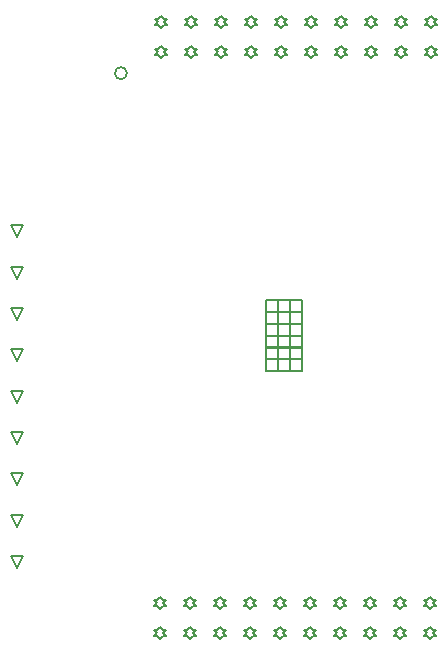
<source format=gbr>
%TF.GenerationSoftware,Altium Limited,Altium Designer,22.9.1 (49)*%
G04 Layer_Color=2752767*
%FSLAX25Y25*%
%MOIN*%
%TF.SameCoordinates,3D4AB22D-4464-4A1E-8ED4-CD8DD9DE0D00*%
%TF.FilePolarity,Positive*%
%TF.FileFunction,Drawing*%
%TF.Part,Single*%
G01*
G75*
%TA.AperFunction,NonConductor*%
%ADD56C,0.00500*%
%ADD57C,0.00667*%
D56*
X206000Y58500D02*
X207000Y59500D01*
X208000D01*
X207000Y60500D01*
X208000Y61500D01*
X207000D01*
X206000Y62500D01*
X205000Y61500D01*
X204000D01*
X205000Y60500D01*
X204000Y59500D01*
X205000D01*
X206000Y58500D01*
X196000D02*
X197000Y59500D01*
X198000D01*
X197000Y60500D01*
X198000Y61500D01*
X197000D01*
X196000Y62500D01*
X195000Y61500D01*
X194000D01*
X195000Y60500D01*
X194000Y59500D01*
X195000D01*
X196000Y58500D01*
X186000D02*
X187000Y59500D01*
X188000D01*
X187000Y60500D01*
X188000Y61500D01*
X187000D01*
X186000Y62500D01*
X185000Y61500D01*
X184000D01*
X185000Y60500D01*
X184000Y59500D01*
X185000D01*
X186000Y58500D01*
X176000D02*
X177000Y59500D01*
X178000D01*
X177000Y60500D01*
X178000Y61500D01*
X177000D01*
X176000Y62500D01*
X175000Y61500D01*
X174000D01*
X175000Y60500D01*
X174000Y59500D01*
X175000D01*
X176000Y58500D01*
X166000D02*
X167000Y59500D01*
X168000D01*
X167000Y60500D01*
X168000Y61500D01*
X167000D01*
X166000Y62500D01*
X165000Y61500D01*
X164000D01*
X165000Y60500D01*
X164000Y59500D01*
X165000D01*
X166000Y58500D01*
X156000D02*
X157000Y59500D01*
X158000D01*
X157000Y60500D01*
X158000Y61500D01*
X157000D01*
X156000Y62500D01*
X155000Y61500D01*
X154000D01*
X155000Y60500D01*
X154000Y59500D01*
X155000D01*
X156000Y58500D01*
X146000D02*
X147000Y59500D01*
X148000D01*
X147000Y60500D01*
X148000Y61500D01*
X147000D01*
X146000Y62500D01*
X145000Y61500D01*
X144000D01*
X145000Y60500D01*
X144000Y59500D01*
X145000D01*
X146000Y58500D01*
X136000D02*
X137000Y59500D01*
X138000D01*
X137000Y60500D01*
X138000Y61500D01*
X137000D01*
X136000Y62500D01*
X135000Y61500D01*
X134000D01*
X135000Y60500D01*
X134000Y59500D01*
X135000D01*
X136000Y58500D01*
X126000D02*
X127000Y59500D01*
X128000D01*
X127000Y60500D01*
X128000Y61500D01*
X127000D01*
X126000Y62500D01*
X125000Y61500D01*
X124000D01*
X125000Y60500D01*
X124000Y59500D01*
X125000D01*
X126000Y58500D01*
X116000D02*
X117000Y59500D01*
X118000D01*
X117000Y60500D01*
X118000Y61500D01*
X117000D01*
X116000Y62500D01*
X115000Y61500D01*
X114000D01*
X115000Y60500D01*
X114000Y59500D01*
X115000D01*
X116000Y58500D01*
X206000Y68500D02*
X207000Y69500D01*
X208000D01*
X207000Y70500D01*
X208000Y71500D01*
X207000D01*
X206000Y72500D01*
X205000Y71500D01*
X204000D01*
X205000Y70500D01*
X204000Y69500D01*
X205000D01*
X206000Y68500D01*
X196000D02*
X197000Y69500D01*
X198000D01*
X197000Y70500D01*
X198000Y71500D01*
X197000D01*
X196000Y72500D01*
X195000Y71500D01*
X194000D01*
X195000Y70500D01*
X194000Y69500D01*
X195000D01*
X196000Y68500D01*
X186000D02*
X187000Y69500D01*
X188000D01*
X187000Y70500D01*
X188000Y71500D01*
X187000D01*
X186000Y72500D01*
X185000Y71500D01*
X184000D01*
X185000Y70500D01*
X184000Y69500D01*
X185000D01*
X186000Y68500D01*
X176000D02*
X177000Y69500D01*
X178000D01*
X177000Y70500D01*
X178000Y71500D01*
X177000D01*
X176000Y72500D01*
X175000Y71500D01*
X174000D01*
X175000Y70500D01*
X174000Y69500D01*
X175000D01*
X176000Y68500D01*
X166000D02*
X167000Y69500D01*
X168000D01*
X167000Y70500D01*
X168000Y71500D01*
X167000D01*
X166000Y72500D01*
X165000Y71500D01*
X164000D01*
X165000Y70500D01*
X164000Y69500D01*
X165000D01*
X166000Y68500D01*
X156000D02*
X157000Y69500D01*
X158000D01*
X157000Y70500D01*
X158000Y71500D01*
X157000D01*
X156000Y72500D01*
X155000Y71500D01*
X154000D01*
X155000Y70500D01*
X154000Y69500D01*
X155000D01*
X156000Y68500D01*
X146000D02*
X147000Y69500D01*
X148000D01*
X147000Y70500D01*
X148000Y71500D01*
X147000D01*
X146000Y72500D01*
X145000Y71500D01*
X144000D01*
X145000Y70500D01*
X144000Y69500D01*
X145000D01*
X146000Y68500D01*
X136000D02*
X137000Y69500D01*
X138000D01*
X137000Y70500D01*
X138000Y71500D01*
X137000D01*
X136000Y72500D01*
X135000Y71500D01*
X134000D01*
X135000Y70500D01*
X134000Y69500D01*
X135000D01*
X136000Y68500D01*
X126000D02*
X127000Y69500D01*
X128000D01*
X127000Y70500D01*
X128000Y71500D01*
X127000D01*
X126000Y72500D01*
X125000Y71500D01*
X124000D01*
X125000Y70500D01*
X124000Y69500D01*
X125000D01*
X126000Y68500D01*
X116000D02*
X117000Y69500D01*
X118000D01*
X117000Y70500D01*
X118000Y71500D01*
X117000D01*
X116000Y72500D01*
X115000Y71500D01*
X114000D01*
X115000Y70500D01*
X114000Y69500D01*
X115000D01*
X116000Y68500D01*
X206417Y252000D02*
X207417Y253000D01*
X208417D01*
X207417Y254000D01*
X208417Y255000D01*
X207417D01*
X206417Y256000D01*
X205417Y255000D01*
X204417D01*
X205417Y254000D01*
X204417Y253000D01*
X205417D01*
X206417Y252000D01*
X196417D02*
X197417Y253000D01*
X198417D01*
X197417Y254000D01*
X198417Y255000D01*
X197417D01*
X196417Y256000D01*
X195417Y255000D01*
X194417D01*
X195417Y254000D01*
X194417Y253000D01*
X195417D01*
X196417Y252000D01*
X186417D02*
X187417Y253000D01*
X188417D01*
X187417Y254000D01*
X188417Y255000D01*
X187417D01*
X186417Y256000D01*
X185417Y255000D01*
X184417D01*
X185417Y254000D01*
X184417Y253000D01*
X185417D01*
X186417Y252000D01*
X176417D02*
X177417Y253000D01*
X178417D01*
X177417Y254000D01*
X178417Y255000D01*
X177417D01*
X176417Y256000D01*
X175417Y255000D01*
X174417D01*
X175417Y254000D01*
X174417Y253000D01*
X175417D01*
X176417Y252000D01*
X166417D02*
X167417Y253000D01*
X168417D01*
X167417Y254000D01*
X168417Y255000D01*
X167417D01*
X166417Y256000D01*
X165417Y255000D01*
X164417D01*
X165417Y254000D01*
X164417Y253000D01*
X165417D01*
X166417Y252000D01*
X156417D02*
X157417Y253000D01*
X158417D01*
X157417Y254000D01*
X158417Y255000D01*
X157417D01*
X156417Y256000D01*
X155417Y255000D01*
X154417D01*
X155417Y254000D01*
X154417Y253000D01*
X155417D01*
X156417Y252000D01*
X146417D02*
X147417Y253000D01*
X148417D01*
X147417Y254000D01*
X148417Y255000D01*
X147417D01*
X146417Y256000D01*
X145417Y255000D01*
X144417D01*
X145417Y254000D01*
X144417Y253000D01*
X145417D01*
X146417Y252000D01*
X136417D02*
X137417Y253000D01*
X138417D01*
X137417Y254000D01*
X138417Y255000D01*
X137417D01*
X136417Y256000D01*
X135417Y255000D01*
X134417D01*
X135417Y254000D01*
X134417Y253000D01*
X135417D01*
X136417Y252000D01*
X126417D02*
X127417Y253000D01*
X128417D01*
X127417Y254000D01*
X128417Y255000D01*
X127417D01*
X126417Y256000D01*
X125417Y255000D01*
X124417D01*
X125417Y254000D01*
X124417Y253000D01*
X125417D01*
X126417Y252000D01*
X116417D02*
X117417Y253000D01*
X118417D01*
X117417Y254000D01*
X118417Y255000D01*
X117417D01*
X116417Y256000D01*
X115417Y255000D01*
X114417D01*
X115417Y254000D01*
X114417Y253000D01*
X115417D01*
X116417Y252000D01*
X206417Y262000D02*
X207417Y263000D01*
X208417D01*
X207417Y264000D01*
X208417Y265000D01*
X207417D01*
X206417Y266000D01*
X205417Y265000D01*
X204417D01*
X205417Y264000D01*
X204417Y263000D01*
X205417D01*
X206417Y262000D01*
X196417D02*
X197417Y263000D01*
X198417D01*
X197417Y264000D01*
X198417Y265000D01*
X197417D01*
X196417Y266000D01*
X195417Y265000D01*
X194417D01*
X195417Y264000D01*
X194417Y263000D01*
X195417D01*
X196417Y262000D01*
X186417D02*
X187417Y263000D01*
X188417D01*
X187417Y264000D01*
X188417Y265000D01*
X187417D01*
X186417Y266000D01*
X185417Y265000D01*
X184417D01*
X185417Y264000D01*
X184417Y263000D01*
X185417D01*
X186417Y262000D01*
X176417D02*
X177417Y263000D01*
X178417D01*
X177417Y264000D01*
X178417Y265000D01*
X177417D01*
X176417Y266000D01*
X175417Y265000D01*
X174417D01*
X175417Y264000D01*
X174417Y263000D01*
X175417D01*
X176417Y262000D01*
X166417D02*
X167417Y263000D01*
X168417D01*
X167417Y264000D01*
X168417Y265000D01*
X167417D01*
X166417Y266000D01*
X165417Y265000D01*
X164417D01*
X165417Y264000D01*
X164417Y263000D01*
X165417D01*
X166417Y262000D01*
X156417D02*
X157417Y263000D01*
X158417D01*
X157417Y264000D01*
X158417Y265000D01*
X157417D01*
X156417Y266000D01*
X155417Y265000D01*
X154417D01*
X155417Y264000D01*
X154417Y263000D01*
X155417D01*
X156417Y262000D01*
X146417D02*
X147417Y263000D01*
X148417D01*
X147417Y264000D01*
X148417Y265000D01*
X147417D01*
X146417Y266000D01*
X145417Y265000D01*
X144417D01*
X145417Y264000D01*
X144417Y263000D01*
X145417D01*
X146417Y262000D01*
X136417D02*
X137417Y263000D01*
X138417D01*
X137417Y264000D01*
X138417Y265000D01*
X137417D01*
X136417Y266000D01*
X135417Y265000D01*
X134417D01*
X135417Y264000D01*
X134417Y263000D01*
X135417D01*
X136417Y262000D01*
X126417D02*
X127417Y263000D01*
X128417D01*
X127417Y264000D01*
X128417Y265000D01*
X127417D01*
X126417Y266000D01*
X125417Y265000D01*
X124417D01*
X125417Y264000D01*
X124417Y263000D01*
X125417D01*
X126417Y262000D01*
X116417D02*
X117417Y263000D01*
X118417D01*
X117417Y264000D01*
X118417Y265000D01*
X117417D01*
X116417Y266000D01*
X115417Y265000D01*
X114417D01*
X115417Y264000D01*
X114417Y263000D01*
X115417D01*
X116417Y262000D01*
X68500Y123382D02*
X66500Y127382D01*
X70500D01*
X68500Y123382D01*
Y137161D02*
X66500Y141161D01*
X70500D01*
X68500Y137161D01*
Y150941D02*
X66500Y154941D01*
X70500D01*
X68500Y150941D01*
Y164720D02*
X66500Y168720D01*
X70500D01*
X68500Y164720D01*
Y178500D02*
X66500Y182500D01*
X70500D01*
X68500Y178500D01*
Y192280D02*
X66500Y196280D01*
X70500D01*
X68500Y192280D01*
Y82043D02*
X66500Y86043D01*
X70500D01*
X68500Y82043D01*
Y95823D02*
X66500Y99823D01*
X70500D01*
X68500Y95823D01*
Y109602D02*
X66500Y113602D01*
X70500D01*
X68500Y109602D01*
X155295Y159468D02*
Y163469D01*
X159295D01*
Y159468D01*
X155295D01*
X159232D02*
Y163469D01*
X163232D01*
Y159468D01*
X159232D01*
X155295Y155532D02*
Y159531D01*
X159295D01*
Y155532D01*
X155295D01*
X159232D02*
Y159531D01*
X163232D01*
Y155532D01*
X159232D01*
X155295Y151594D02*
Y155595D01*
X159295D01*
Y151594D01*
X155295D01*
X159232D02*
Y155595D01*
X163232D01*
Y151594D01*
X159232D01*
Y163406D02*
Y167405D01*
X163232D01*
Y163406D01*
X159232D01*
X155295D02*
Y167405D01*
X159295D01*
Y163406D01*
X155295D01*
X159232Y147658D02*
Y151657D01*
X163232D01*
Y147658D01*
X159232D01*
X155295D02*
Y151657D01*
X159295D01*
Y147658D01*
X155295D01*
X151358D02*
Y151657D01*
X155358D01*
Y147658D01*
X151358D01*
Y163406D02*
Y167405D01*
X155358D01*
Y163406D01*
X151358D01*
Y151594D02*
Y155595D01*
X155358D01*
Y151594D01*
X151358D01*
Y155532D02*
Y159531D01*
X155358D01*
Y155532D01*
X151358D01*
Y159468D02*
Y163469D01*
X155358D01*
Y159468D01*
X151358D01*
X151358Y167342D02*
Y171343D01*
X155358D01*
Y167342D01*
X151358D01*
X155295D02*
Y171343D01*
X159295D01*
Y167342D01*
X155295D01*
X159232D02*
Y171343D01*
X163232D01*
Y167342D01*
X159232D01*
D57*
X105000Y247000D02*
G03*
X105000Y247000I-2000J0D01*
G01*
%TF.MD5,27f19ad3ab3fad93e9553f1e488923e4*%
M02*

</source>
